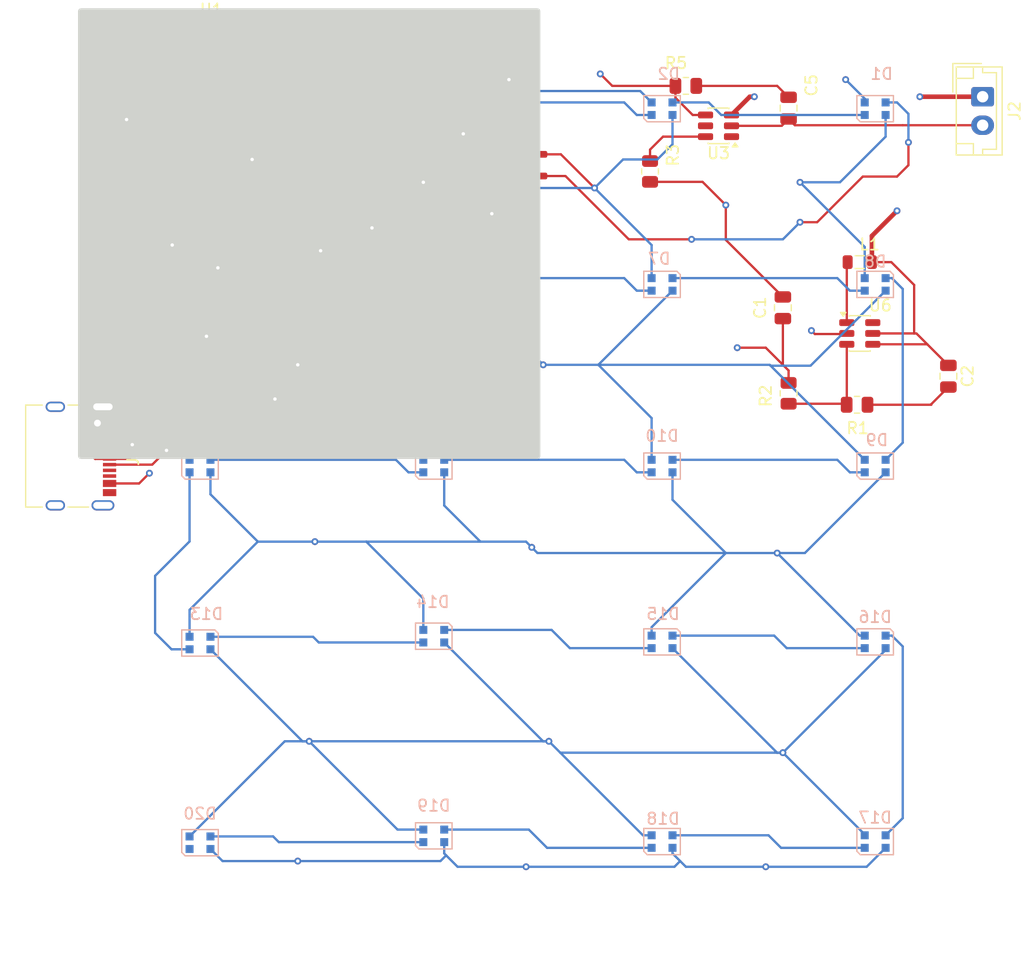
<source format=kicad_pcb>
(kicad_pcb (version 20241229) (generator "pcbnew") (generator_version "9.0")
  (layers (0 "F.Cu" signal) (4 "In1.Cu" signal "In1.Cu Ground") (6 "In2.Cu" power "In2.Cu VCC") (2 "B.Cu" signal) (13 "F.Paste" user) (15 "B.Paste" user) (5 "F.SilkS" user "F.Silkscreen") (7 "B.SilkS" user "B.Silkscreen") (1 "F.Mask" user) (3 "B.Mask" user) (25 "Edge.Cuts" user))
  (net 0 "")
  (net 1 "Net-(D1-DOUT)")
  (net 2 "+5V")
  (net 3 "din_leds")
  (net 4 "GND")
  (net 5 "Net-(D2-DOUT)")
  (net 6 "Net-(D3-DOUT)")
  (net 7 "Net-(D4-DOUT)")
  (net 8 "Net-(D5-DOUT)")
  (net 9 "Net-(D6-DOUT)")
  (net 10 "Net-(D7-DOUT)")
  (net 11 "Net-(D8-DOUT)")
  (net 12 "Net-(D15-DOUT)")
  (net 13 "Net-(D10-DOUT)")
  (net 14 "Net-(D10-DIN)")
  (net 15 "Net-(D11-DOUT)")
  (net 16 "Net-(D12-DOUT)")
  (net 17 "Net-(D13-DOUT)")
  (net 18 "Net-(D14-DOUT)")
  (net 19 "Net-(D16-DOUT)")
  (net 20 "Net-(D17-DOUT)")
  (net 21 "Net-(D18-DOUT)")
  (net 22 "Net-(D19-DOUT)")
  (net 24 "Net-(U3-PROG)")
  (net 25 "VBUS")
  (net 26 "+BATT")
  (net 27 "Net-(D22-A)")
  (net 28 "+3.3V")
  (net 30 "Net-(D21-A)")
  (net 31 "Net-(U6-FB)")
  (net 33 "Net-(D22-K)")
  (net 34 "Net-(D23-K)")
  (net 35 "Net-(U1B-P0.06)")
  (net 44 "D-")
  (net 69 "D+")
  (footprint "E73-2G4M08S1C:E73-2G4M08S1C" (layer "F.Cu") (at 34.6 38.03)
    (property "Reference" "U1")
    (property "Value" "E73-2G4M08S1C" (hide yes))
  )
  (footprint "Resistor_SMD:R_0805_2012Metric" (layer "F.Cu") (at 88 62.5)
    (property "Reference" "R1")
    (property "Value" "15k")
  )
  (footprint "Inductor_SMD:L_0805_2012Metric" (layer "F.Cu") (at 88.2375 50)
    (property "Reference" "L1")
    (property "Value" "22uH")
  )
  (footprint "Package_TO_SOT_SMD:SOT-23-6" (layer "F.Cu") (at 88.2375 56.25)
    (property "Reference" "U6")
    (property "Value" "MT3608")
  )
  (footprint "Resistor_SMD:R_0805_2012Metric" (layer "F.Cu") (at 69.8625 42.05 -90)
    (property "Reference" "R3")
    (property "Value" "2k")
  )
  (footprint "Capacitor_SMD:C_0805_2012Metric" (layer "F.Cu") (at 39 53 -90)
    (property "Reference" "C4")
    (property "Value" "1uC")
  )
  (footprint "Capacitor_SMD:C_0805_2012Metric" (layer "F.Cu") (at 82 36.5 -90)
    (property "Reference" "C5")
    (property "Value" "10uF")
  )
  (footprint "Resistor_SMD:R_0805_2012Metric" (layer "F.Cu") (at 73 34.55)
    (property "Reference" "R5")
    (property "Value" "1k")
  )
  (footprint "SN74AHCT1G125DBVT:SOT95P280X145-5N" (layer "F.Cu") (at 59 41.5)
    (property "Reference" "U4")
    (property "Value" "SN74AHCT1G125DBVT" (hide yes))
  )
  (footprint "Package_TO_SOT_SMD:TSOT-23-6" (layer "F.Cu") (at 75.8625 38.05 180)
    (property "Reference" "U3")
    (property "Value" "TP4057")
  )
  (footprint "Resistor_SMD:R_0805_2012Metric" (layer "F.Cu") (at 82 61.5 -90)
    (property "Reference" "R2")
    (property "Value" "110k")
  )
  (footprint "Capacitor_SMD:C_0805_2012Metric" (layer "F.Cu") (at 81.5 54 90)
    (property "Reference" "C1")
    (property "Value" "22uF")
  )
  (footprint "Connector_USB:USB_C_Receptacle_Palconn_UTC16-G" (layer "F.Cu") (at 20 67 -90)
    (property "Reference" "J1")
    (property "Value" "USB_C_Receptacle_USB2.0_14P")
  )
  (footprint "Capacitor_SMD:C_0805_2012Metric" (layer "F.Cu") (at 28 53 90)
    (property "Reference" "C3")
    (property "Value" "1uC")
  )
  (footprint "Connector_JST:JST_EH_B2B-EH-A_1x02_P2.50mm_Vertical" (layer "F.Cu") (at 99 35.5 -90)
    (property "Reference" "J2")
    (property "Value" "Conn_01x02_Socket")
  )
  (footprint "Capacitor_SMD:C_0805_2012Metric" (layer "F.Cu") (at 96 60 -90)
    (property "Reference" "C2")
    (property "Value" "22uF")
  )
  (footprint "Package_TO_SOT_SMD:SOT-23-5" (layer "F.Cu") (at 33.8625 53.05)
    (property "Reference" "U5")
    (property "Value" "AP2127K-3.3" (hide yes))
  )
  (footprint "LED_SMD:LED_WS2812B-2020_PLCC4_2.0x2.0mm" (layer "B.Cu") (at 70.915 100.79)
    (property "Reference" "D18")
    (property "Value" "WS2812B" (hide yes))
  )
  (footprint "LED_SMD:LED_WS2812B-2020_PLCC4_2.0x2.0mm" (layer "B.Cu") (at 89.585 51.95 180)
    (property "Reference" "D8")
    (property "Value" "WS2812B" (hide yes))
  )
  (footprint "LED_SMD:LED_WS2812B-2020_PLCC4_2.0x2.0mm" (layer "B.Cu") (at 89.585 83.2875 180)
    (property "Reference" "D16")
    (property "Value" "WS2812B" (hide yes))
  )
  (footprint "LED_SMD:LED_WS2812B-2020_PLCC4_2.0x2.0mm" (layer "B.Cu") (at 30.434675 83.3875 180)
    (property "Reference" "D13")
    (property "Value" "WS2812B" (hide yes))
  )
  (footprint "LED_SMD:LED_WS2812B-2020_PLCC4_2.0x2.0mm" (layer "B.Cu") (at 30.434675 67.875)
    (property "Reference" "D12")
    (property "Value" "WS2812B" (hide yes))
  )
  (footprint "LED_SMD:LED_WS2812B-2020_PLCC4_2.0x2.0mm" (layer "B.Cu") (at 50.915 67.875)
    (property "Reference" "D11")
    (property "Value" "WS2812B" (hide yes))
  )
  (footprint "LED_SMD:LED_WS2812B-2020_PLCC4_2.0x2.0mm" (layer "B.Cu") (at 70.915 67.875)
    (property "Reference" "D10")
    (property "Value" "WS2812B" (hide yes))
  )
  (footprint "LED_SMD:LED_WS2812B-2020_PLCC4_2.0x2.0mm" (layer "B.Cu") (at 30.434675 36.55)
    (property "Reference" "D4")
    (property "Value" "WS2812B" (hide yes))
  )
  (footprint "LED_SMD:LED_WS2812B-2020_PLCC4_2.0x2.0mm" (layer "B.Cu") (at 30.434675 51.95 180)
    (property "Reference" "D5")
    (property "Value" "WS2812B" (hide yes))
  )
  (footprint "LED_SMD:LED_WS2812B-2020_PLCC4_2.0x2.0mm" (layer "B.Cu") (at 30.434675 100.89)
    (property "Reference" "D20")
    (property "Value" "WS2812B" (hide yes))
  )
  (footprint "LED_SMD:LED_WS2812B-2020_PLCC4_2.0x2.0mm" (layer "B.Cu") (at 70.915 51.95 180)
    (property "Reference" "D7")
    (property "Value" "WS2812B" (hide yes))
  )
  (footprint "LED_SMD:LED_WS2812B-2020_PLCC4_2.0x2.0mm" (layer "B.Cu") (at 50.915 51.95 180)
    (property "Reference" "D6")
    (property "Value" "WS2812B" (hide yes))
  )
  (footprint "LED_SMD:LED_WS2812B-2020_PLCC4_2.0x2.0mm" (layer "B.Cu") (at 50.915 100.29)
    (property "Reference" "D19")
    (property "Value" "WS2812B" (hide yes))
  )
  (footprint "LED_SMD:LED_WS2812B-2020_PLCC4_2.0x2.0mm" (layer "B.Cu") (at 89.585 67.875)
    (property "Reference" "D9")
    (property "Value" "WS2812B" (hide yes))
  )
  (footprint "LED_SMD:LED_WS2812B-2020_PLCC4_2.0x2.0mm" (layer "B.Cu") (at 70.915 83.2875 180)
    (property "Reference" "D15")
    (property "Value" "WS2812B" (hide yes))
  )
  (footprint "LED_SMD:LED_WS2812B-2020_PLCC4_2.0x2.0mm" (layer "B.Cu") (at 70.915 36.55)
    (property "Reference" "D2")
    (property "Value" "WS2812B" (hide yes))
  )
  (footprint "LED_SMD:LED_WS2812B-2020_PLCC4_2.0x2.0mm" (layer "B.Cu") (at 89.585 100.79)
    (property "Reference" "D17")
    (property "Value" "WS2812B" (hide yes))
  )
  (footprint "LED_SMD:LED_WS2812B-2020_PLCC4_2.0x2.0mm" (layer "B.Cu") (at 89.585 36.55)
    (property "Reference" "D1")
    (property "Value" "WS2812B" (hide yes))
  )
  (footprint "LED_SMD:LED_WS2812B-2020_PLCC4_2.0x2.0mm" (layer "B.Cu") (at 50.915 82.7875 180)
    (property "Reference" "D14")
    (property "Value" "WS2812B" (hide yes))
  )
  (footprint "LED_SMD:LED_WS2812B-2020_PLCC4_2.0x2.0mm" (layer "B.Cu") (at 50.915 36.55)
    (property "Reference" "D3")
    (property "Value" "WS2812B" (hide yes))
  )
  (segment (start 88.67 37.1) (end 76.1 37.1) (width 0.2) (layer "B.Cu") (net 1))
  (segment (start 76.1 37.1) (end 75 36) (width 0.2) (layer "B.Cu") (net 1))
  (segment (start 75 36) (end 71.83 36) (width 0.2) (layer "B.Cu") (net 1))
  (segment (start 77.5 57.5) (end 80 57.5) (width 0.2) (layer "F.Cu") (net 2))
  (segment (start 80 57.5) (end 81.5 59) (width 0.2) (layer "F.Cu") (net 2))
  (segment (start 82 59.5) (end 82 60.5875) (width 0.2) (layer "F.Cu") (net 2))
  (segment (start 65 43.5) (end 62.05 40.55) (width 0.2) (layer "F.Cu") (net 2))
  (segment (start 81.5 54.95) (end 81.5 59) (width 0.2) (layer "F.Cu") (net 2))
  (segment (start 81.5 59) (end 82 59.5) (width 0.2) (layer "F.Cu") (net 2))
  (segment (start 62.05 40.55) (end 60.255 40.55) (width 0.2) (layer "F.Cu") (net 2))
  (via (at 59 103) (size 0.6) (drill 0.3) (layers "F.Cu" "B.Cu") (net 2))
  (via (at 83 43) (size 0.6) (drill 0.3) (layers "F.Cu" "B.Cu") (net 2))
  (via (at 35 41) (size 0.6) (drill 0.3) (layers "F.Cu" "B.Cu") (net 2))
  (via (at 59.5 75) (size 0.6) (drill 0.3) (layers "F.Cu" "B.Cu") (net 2))
  (via (at 50 43) (size 0.6) (drill 0.3) (layers "F.Cu" "B.Cu") (net 2))
  (via (at 65 43.5) (size 0.6) (drill 0.3) (layers "F.Cu" "B.Cu") (net 2))
  (via (at 80 103) (size 0.6) (drill 0.3) (layers "F.Cu" "B.Cu") (net 2))
  (via (at 77.5 57.5) (size 0.6) (drill 0.3) (layers "F.Cu" "B.Cu") (net 2))
  (via (at 39 102.5) (size 0.6) (drill 0.3) (layers "F.Cu" "B.Cu") (net 2))
  (via (at 81 75.5) (size 0.6) (drill 0.3) (layers "F.Cu" "B.Cu") (net 2))
  (via (at 40.5 74.5) (size 0.6) (drill 0.3) (layers "F.Cu" "B.Cu") (net 2))
  (segment (start 81 75.5) (end 83.425 75.5) (width 0.2) (layer "B.Cu") (net 2))
  (segment (start 29.519675 80.480325) (end 29.519675 82.8375) (width 0.2) (layer "B.Cu") (net 2))
  (segment (start 70 82) (end 76.5 75.5) (width 0.2) (layer "B.Cu") (net 2))
  (segment (start 71.83 39.67) (end 71.83 37.1) (width 0.2) (layer "B.Cu") (net 2))
  (segment (start 80 103) (end 88.84 103) (width 0.2) (layer "B.Cu") (net 2))
  (segment (start 51.83 71.33) (end 55 74.5) (width 0.2) (layer "B.Cu") (net 2))
  (segment (start 88.2375 82.7375) (end 81 75.5) (width 0.2) (layer "B.Cu") (net 2))
  (segment (start 65 43.5) (end 50.5 43.5) (width 0.2) (layer "B.Cu") (net 2))
  (segment (start 71.83 101.83) (end 71.83 101.34) (width 0.2) (layer "B.Cu") (net 2))
  (segment (start 88.84 103) (end 90.5 101.34) (width 0.2) (layer "B.Cu") (net 2))
  (segment (start 88.67 48.67) (end 83 43) (width 0.2) (layer "B.Cu") (net 2))
  (segment (start 88.67 82.7375) (end 88.2375 82.7375) (width 0.2) (layer "B.Cu") (net 2))
  (segment (start 59 103) (end 53 103) (width 0.2) (layer "B.Cu") (net 2))
  (segment (start 72.5 102.5) (end 71.83 101.83) (width 0.2) (layer "B.Cu") (net 2))
  (segment (start 59 103) (end 72 103) (width 0.2) (layer "B.Cu") (net 2))
  (segment (start 86.5 43) (end 90.5 39) (width 0.2) (layer "B.Cu") (net 2))
  (segment (start 71.83 70.83) (end 71.83 68.425) (width 0.2) (layer "B.Cu") (net 2))
  (segment (start 35.5 74.5) (end 29.519675 80.480325) (width 0.2) (layer "B.Cu") (net 2))
  (segment (start 40.5 74.5) (end 35.5 74.5) (width 0.2) (layer "B.Cu") (net 2))
  (segment (start 76.5 75.5) (end 71.83 70.83) (width 0.2) (layer "B.Cu") (net 2))
  (segment (start 51.83 101.83) (end 51.83 100.84) (width 0.2) (layer "B.Cu") (net 2))
  (segment (start 76.5 75.5) (end 60 75.5) (width 0.2) (layer "B.Cu") (net 2))
  (segment (start 65 43.5) (end 67.5 41) (width 0.2) (layer "B.Cu") (net 2))
  (segment (start 50 82.2375) (end 50 79.5) (width 0.2) (layer "B.Cu") (net 2))
  (segment (start 55 74.5) (end 59 74.5) (width 0.2) (layer "B.Cu") (net 2))
  (segment (start 29.6 51.4) (end 35 46) (width 0.2) (layer "B.Cu") (net 2))
  (segment (start 45 74.5) (end 55 74.5) (width 0.2) (layer "B.Cu") (net 2))
  (segment (start 60 75.5) (end 59.5 75) (width 0.2) (layer "B.Cu") (net 2))
  (segment (start 32.409675 102.5) (end 31.349675 101.44) (width 0.2) (layer "B.Cu") (net 2))
  (segment (start 81 75.5) (end 76.5 75.5) (width 0.2) (layer "B.Cu") (net 2))
  (segment (start 70.5 41) (end 71.83 39.67) (width 0.2) (layer "B.Cu") (net 2))
  (segment (start 39 102.5) (end 51.5 102.5) (width 0.2) (layer "B.Cu") (net 2))
  (segment (start 51.5 102.5) (end 52 102) (width 0.2) (layer "B.Cu") (net 2))
  (segment (start 70 82.7375) (end 70 82) (width 0.2) (layer "B.Cu") (net 2))
  (segment (start 72 103) (end 72.5 102.5) (width 0.2) (layer "B.Cu") (net 2))
  (segment (start 83 43) (end 86.5 43) (width 0.2) (layer "B.Cu") (net 2))
  (segment (start 90.5 39) (end 90.5 37.1) (width 0.2) (layer "B.Cu") (net 2))
  (segment (start 88.67 51.4) (end 88.67 48.67) (width 0.2) (layer "B.Cu") (net 2))
  (segment (start 31.349675 37.1) (end 31.349675 37.349675) (width 0.2) (layer "B.Cu") (net 2))
  (segment (start 83.425 75.5) (end 90.5 68.425) (width 0.2) (layer "B.Cu") (net 2))
  (segment (start 50 79.5) (end 45 74.5) (width 0.2) (layer "B.Cu") (net 2))
  (segment (start 70 51.4) (end 70 48.5) (width 0.2) (layer "B.Cu") (net 2))
  (segment (start 35 46) (end 35 41) (width 0.2) (layer "B.Cu") (net 2))
  (segment (start 39 102.5) (end 32.409675 102.5) (width 0.2) (layer "B.Cu") (net 2))
  (segment (start 35.5 74.5) (end 31.349675 70.349675) (width 0.2) (layer "B.Cu") (net 2))
  (segment (start 53 103) (end 52 102) (width 0.2) (layer "B.Cu") (net 2))
  (segment (start 50 51.4) (end 50 43) (width 0.2) (layer "B.Cu") (net 2))
  (segment (start 31.349675 70.349675) (end 31.349675 68.425) (width 0.2) (layer "B.Cu") (net 2))
  (segment (start 52 102) (end 51.83 101.83) (width 0.2) (layer "B.Cu") (net 2))
  (segment (start 29.519675 51.4) (end 29.6 51.4) (width 0.2) (layer "B.Cu") (net 2))
  (segment (start 67.5 41) (end 70.5 41) (width 0.2) (layer "B.Cu") (net 2))
  (segment (start 50.5 43.5) (end 50 43) (width 0.2) (layer "B.Cu") (net 2))
  (segment (start 80 103) (end 73 103) (width 0.2) (layer "B.Cu") (net 2))
  (segment (start 51.83 41.17) (end 51.83 37.1) (width 0.2) (layer "B.Cu") (net 2))
  (segment (start 73 103) (end 72.5 102.5) (width 0.2) (layer "B.Cu") (net 2))
  (segment (start 51.83 68.425) (end 51.83 71.33) (width 0.2) (layer "B.Cu") (net 2))
  (segment (start 59 74.5) (end 59.5 75) (width 0.2) (layer "B.Cu") (net 2))
  (segment (start 70 48.5) (end 65 43.5) (width 0.2) (layer "B.Cu") (net 2))
  (segment (start 45 74.5) (end 40.5 74.5) (width 0.2) (layer "B.Cu") (net 2))
  (segment (start 50 43) (end 51.83 41.17) (width 0.2) (layer "B.Cu") (net 2))
  (segment (start 31.349675 37.349675) (end 35 41) (width 0.2) (layer "B.Cu") (net 2))
  (segment (start 88.5 42.5) (end 91.5 42.5) (width 0.2) (layer "F.Cu") (net 3))
  (segment (start 62.45 42.45) (end 68 48) (width 0.2) (layer "F.Cu") (net 3))
  (segment (start 91.5 42.5) (end 92.5 41.5) (width 0.2) (layer "F.Cu") (net 3))
  (segment (start 60.255 42.45) (end 62.45 42.45) (width 0.2) (layer "F.Cu") (net 3))
  (segment (start 68 48) (end 73.5 48) (width 0.2) (layer "F.Cu") (net 3))
  (segment (start 83 46.5) (end 84.5 46.5) (width 0.2) (layer "F.Cu") (net 3))
  (segment (start 92.5 41.5) (end 92.5 39.5) (width 0.2) (layer "F.Cu") (net 3))
  (segment (start 84.5 46.5) (end 88.5 42.5) (width 0.2) (layer "F.Cu") (net 3))
  (via (at 92.5 39.5) (size 0.6) (drill 0.3) (layers "F.Cu" "B.Cu") (net 3))
  (via (at 73.5 48) (size 0.6) (drill 0.3) (layers "F.Cu" "B.Cu") (net 3))
  (via (at 83 46.5) (size 0.6) (drill 0.3) (layers "F.Cu" "B.Cu") (net 3))
  (segment (start 73.5 48) (end 81.5 48) (width 0.2) (layer "B.Cu") (net 3))
  (segment (start 91.5 36) (end 90.5 36) (width 0.2) (layer "B.Cu") (net 3))
  (segment (start 92.5 39.5) (end 92.5 37) (width 0.2) (layer "B.Cu") (net 3))
  (segment (start 81.5 48) (end 83 46.5) (width 0.2) (layer "B.Cu") (net 3))
  (segment (start 92.5 37) (end 91.5 36) (width 0.2) (layer "B.Cu") (net 3))
  (segment (start 92 38) (end 82.55 38) (width 0.2) (layer "F.Cu") (net 4))
  (segment (start 94.5 62.45) (end 94.5 62.5) (width 0.2) (layer "F.Cu") (net 4))
  (segment (start 87.05 56.3) (end 84.3 56.3) (width 0.2) (layer "F.Cu") (net 4))
  (segment (start 56 45.755) (end 56 44.195) (width 0.2) (layer "F.Cu") (net 4))
  (segment (start 82.55 38) (end 82 37.45) (width 0.2) (layer "F.Cu") (net 4))
  (segment (start 24.58 38.08) (end 24 37.5) (width 0.2) (layer "F.Cu") (net 4))
  (segment (start 74.4625 42.9625) (end 76.5 45) (width 0.2) (layer "F.Cu") (net 4))
  (segment (start 82 37.45) (end 81.4 38.05) (width 0.2) (layer "F.Cu") (net 4))
  (segment (start 99 38) (end 92 38) (width 0.2) (layer "F.Cu") (net 4))
  (segment (start 87.1 56.25) (end 87.05 56.3) (width 0.2) (layer "F.Cu") (net 4))
  (segment (start 28 49.5) (end 29.5 51) (width 0.2) (layer "F.Cu") (net 4))
  (segment (start 55.295 40.55) (end 53.5 38.755) (width 0.2) (layer "F.Cu") (net 4))
  (segment (start 28.1 38.08) (end 24.58 38.08) (width 0.2) (layer "F.Cu") (net 4))
  (segment (start 96 60.95) (end 94.5 62.45) (width 0.2) (layer "F.Cu") (net 4))
  (segment (start 94.5 62.5) (end 88.9125 62.5) (width 0.2) (layer "F.Cu") (net 4))
  (segment (start 41.5 47) (end 41.5 48.5) (width 0.2) (layer "F.Cu") (net 4))
  (segment (start 81.5 53.05) (end 76.5 48.05) (width 0.2) (layer "F.Cu") (net 4))
  (segment (start 36.51 47.125) (end 36.51 48.325) (width 0.2) (layer "F.Cu") (net 4))
  (segment (start 84.3 56.3) (end 84 56) (width 0.2) (layer "F.Cu") (net 4))
  (segment (start 28.544769 51.505231) (end 28 52.05) (width 0.2) (layer "F.Cu") (net 4))
  (segment (start 37.185 49) (end 41 49) (width 0.2) (layer "F.Cu") (net 4))
  (segment (start 56 44.195) (end 57.745 42.45) (width 0.2) (layer "F.Cu") (net 4))
  (segment (start 30.517733 51.505231) (end 32.062501 53.05) (width 0.2) (layer "F.Cu") (net 4))
  (segment (start 57.745 40.55) (end 55.295 40.55) (width 0.2) (layer "F.Cu") (net 4))
  (segment (start 30.517733 51.505231) (end 29.5 51.505231) (width 0.2) (layer "F.Cu") (net 4))
  (segment (start 41.5 48.5) (end 41 49) (width 0.2) (layer "F.Cu") (net 4))
  (segment (start 29.5 51.505231) (end 28.544769 51.505231) (width 0.2) (layer "F.Cu") (net 4))
  (segment (start 39.43 44.93) (end 41.5 47) (width 0.2) (layer "F.Cu") (net 4))
  (segment (start 38.41 44.93) (end 39.43 44.93) (width 0.2) (layer "F.Cu") (net 4))
  (segment (start 28 48.5) (end 28 49.5) (width 0.2) (layer "F.Cu") (net 4))
  (segment (start 76.5 48.05) (end 76.5 45) (width 0.2) (layer "F.Cu") (net 4))
  (segment (start 32.062501 53.05) (end 32.725 53.05) (width 0.2) (layer "F.Cu") (net 4))
  (segment (start 39 59) (end 39 53.95) (width 0.2) (layer "F.Cu") (net 4))
  (segment (start 29.5 51) (end 29.5 51.505231) (width 0.2) (layer "F.Cu") (net 4))
  (segment (start 81.4 38.05) (end 77 38.05) (width 0.2) (layer "F.Cu") (net 4))
  (segment (start 69.8625 42.9625) (end 74.4625 42.9625) (width 0.2) (layer "F.Cu") (net 4))
  (segment (start 36.51 48.325) (end 37.185 49) (width 0.2) (layer "F.Cu") (net 4))
  (via (at 53.5 38.755) (size 0.6) (drill 0.3) (layers "F.Cu" "B.Cu") (net 4))
  (via (at 57.5 34) (size 0.6) (drill 0.3) (layers "F.Cu" "B.Cu") (net 4))
  (via (at 60.5 59) (size 0.6) (drill 0.3) (layers "F.Cu" "B.Cu") (net 4))
  (via (at 84 56) (size 0.6) (drill 0.3) (layers "F.Cu" "B.Cu") (net 4))
  (via (at 41 49) (size 0.6) (drill 0.3) (layers "F.Cu" "B.Cu") (net 4))
  (via (at 24 37.5) (size 0.6) (drill 0.3) (layers "F.Cu" "B.Cu") (net 4))
  (via (at 87 34) (size 0.6) (drill 0.3) (layers "F.Cu" "B.Cu") (net 4))
  (via (at 28 48.5) (size 0.6) (drill 0.3) (layers "F.Cu" "B.Cu") (net 4))
  (via (at 61 92) (size 0.6) (drill 0.3) (layers "F.Cu" "B.Cu") (net 4))
  (via (at 76.5 45) (size 0.6) (drill 0.3) (layers "F.Cu" "B.Cu") (net 4))
  (via (at 81.5 93) (size 0.6) (drill 0.3) (layers "F.Cu" "B.Cu") (net 4))
  (via (at 39 59) (size 0.6) (drill 0.3) (layers "F.Cu" "B.Cu") (net 4))
  (via (at 56 45.755) (size 0.6) (drill 0.3) (layers "F.Cu" "B.Cu") (net 4))
  (via (at 40 92) (size 0.6) (drill 0.3) (layers "F.Cu" "B.Cu") (net 4))
  (segment (start 37.859675 92) (end 29.519675 100.34) (width 0.2) (layer "B.Cu") (net 4))
  (segment (start 69.24 100.24) (end 62 93) (width 0.2) (layer "B.Cu") (net 4))
  (segment (start 60.25 58.75) (end 60 59) (width 0.2) (layer "B.Cu") (net 4))
  (segment (start 80.345 59) (end 80.4225 59.0775) (width 0.2) (layer "B.Cu") (net 4))
  (segment (start 88.67 36) (end 88.67 35.67) (width 0.2) (layer "B.Cu") (net 4))
  (segment (start 88.67 35.67) (end 87 34) (width 0.2) (layer "B.Cu") (net 4))
  (segment (start 80.9925 93) (end 71.83 83.8375) (width 0.2) (layer "B.Cu") (net 4))
  (segment (start 59 34) (end 57.5 34) (width 0.2) (layer "B.Cu") (net 4))
  (segment (start 71.83 52.5) (end 65.33 59) (width 0.2) (layer "B.Cu") (net 4))
  (segment (start 90.5 83.8375) (end 90.5 84) (width 0.2) (layer "B.Cu") (net 4))
  (segment (start 50 99.74) (end 47.74 99.74) (width 0.2) (layer "B.Cu") (net 4))
  (segment (start 60.25 58.75) (end 60.5 59) (width 0.2) (layer "B.Cu") (net 4))
  (segment (start 60 59) (end 39 59) (width 0.2) (layer "B.Cu") (net 4))
  (segment (start 29.519675 36) (end 25.5 36) (width 0.2) (layer "B.Cu") (net 4))
  (segment (start 47.74 99.74) (end 40 92) (width 0.2) (layer "B.Cu") (net 4))
  (segment (start 32.5 52.5) (end 31.349675 52.5) (width 0.2) (layer "B.Cu") (net 4))
  (segment (start 70 63.67) (end 65.33 59) (width 0.2) (layer "B.Cu") (net 4))
  (segment (start 50 36) (end 50 35) (width 0.2) (layer "B.Cu") (net 4))
  (segment (start 51.83 52.5) (end 54 52.5) (width 0.2) (layer "B.Cu") (net 4))
  (segment (start 88.67 100.24) (end 88.67 100.17) (width 0.2) (layer "B.Cu") (net 4))
  (segment (start 90.5 84) (end 81.5 93) (width 0.2) (layer "B.Cu") (net 4))
  (segment (start 69 35) (end 60 35) (width 0.2) (layer "B.Cu") (net 4))
  (segment (start 37.844675 59) (end 29.519675 67.325) (width 0.2) (layer "B.Cu") (net 4))
  (segment (start 58.325 59) (end 60.5 59) (width 0.2) (layer "B.Cu") (net 4))
  (segment (start 88.67 100.17) (end 81.5 93) (width 0.2) (layer "B.Cu") (net 4))
  (segment (start 50 35) (end 50.5 34.5) (width 0.2) (layer "B.Cu") (net 4))
  (segment (start 39 59) (end 32.5 52.5) (width 0.2) (layer "B.Cu") (net 4))
  (segment (start 50.5 34.5) (end 57 34.5) (width 0.2) (layer "B.Cu") (net 4))
  (segment (start 81.5 93) (end 62 93) (width 0.2) (layer "B.Cu") (net 4))
  (segment (start 70 100.24) (end 69.24 100.24) (width 0.2) (layer "B.Cu") (net 4))
  (segment (start 81.5 93) (end 80.9925 93) (width 0.2) (layer "B.Cu") (net 4))
  (segment (start 25.5 36) (end 24 37.5) (width 0.2) (layer "B.Cu") (net 4))
  (segment (start 40 92) (end 61 92) (width 0.2) (layer "B.Cu") (net 4))
  (segment (start 83.9225 59.0775) (end 90.5 52.5) (width 0.2) (layer "B.Cu") (net 4))
  (segment (start 80.4225 59.0775) (end 88.67 67.325) (width 0.2) (layer "B.Cu") (net 4))
  (segment (start 70 67.325) (end 70 63.67) (width 0.2) (layer "B.Cu") (net 4))
  (segment (start 62 93) (end 61 92) (width 0.2) (layer "B.Cu") (net 4))
  (segment (start 39.412175 92) (end 31.349675 83.9375) (width 0.2) (layer "B.Cu") (net 4))
  (segment (start 65.33 59) (end 60.5 59) (width 0.2) (layer "B.Cu") (net 4))
  (segment (start 70 36) (end 69 35) (width 0.2) (layer "B.Cu") (net 4))
  (segment (start 57 34.5) (end 57.5 34) (width 0.2) (layer "B.Cu") (net 4))
  (segment (start 80.4225 59.0775) (end 83.9225 59.0775) (width 0.2) (layer "B.Cu") (net 4))
  (segment (start 50 67.325) (end 58.325 59) (width 0.2) (layer "B.Cu") (net 4))
  (segment (start 60 35) (end 59 34) (width 0.2) (layer "B.Cu") (net 4))
  (segment (start 61 92) (end 60.4925 92) (width 0.2) (layer "B.Cu") (net 4))
  (segment (start 65.33 59) (end 80.345 59) (width 0.2) (layer "B.Cu") (net 4))
  (segment (start 60.4925 92) (end 51.83 83.3375) (width 0.2) (layer "B.Cu") (net 4))
  (segment (start 40 92) (end 39.412175 92) (width 0.2) (layer "B.Cu") (net 4))
  (segment (start 39 59) (end 37.844675 59) (width 0.2) (layer "B.Cu") (net 4))
  (segment (start 40 92) (end 37.859675 92) (width 0.2) (layer "B.Cu") (net 4))
  (segment (start 54 52.5) (end 60.25 58.75) (width 0.2) (layer "B.Cu") (net 4))
  (segment (start 67.598 36) (end 51.83 36) (width 0.2) (layer "B.Cu") (net 5))
  (segment (start 68.698 37.1) (end 67.598 36) (width 0.2) (layer "B.Cu") (net 5))
  (segment (start 70 37.1) (end 68.698 37.1) (width 0.2) (layer "B.Cu") (net 5))
  (segment (start 48.698 37.1) (end 47.598 36) (width 0.2) (layer "B.Cu") (net 6))
  (segment (start 50 37.1) (end 48.698 37.1) (width 0.2) (layer "B.Cu") (net 6))
  (segment (start 47.598 36) (end 31.349675 36) (width 0.2) (layer "B.Cu") (net 6))
  (segment (start 26.5 51) (end 28 52.5) (width 0.2) (layer "B.Cu") (net 7))
  (segment (start 26.5 42) (end 26.5 51) (width 0.2) (layer "B.Cu") (net 7))
  (segment (start 28 52.5) (end 29.519675 52.5) (width 0.2) (layer "B.Cu") (net 7))
  (segment (start 29.519675 38.980325) (end 26.5 42) (width 0.2) (layer "B.Cu") (net 7))
  (segment (start 29.519675 37.1) (end 29.519675 38.980325) (width 0.2) (layer "B.Cu") (net 7))
  (segment (start 47.598 51.4) (end 31.349675 51.4) (width 0.2) (layer "B.Cu") (net 8))
  (segment (start 50 52.5) (end 48.698 52.5) (width 0.2) (layer "B.Cu") (net 8))
  (segment (start 48.698 52.5) (end 47.598 51.4) (width 0.2) (layer "B.Cu") (net 8))
  (segment (start 68.698 52.5) (end 67.598 51.4) (width 0.2) (layer "B.Cu") (net 9))
  (segment (start 67.598 51.4) (end 51.83 51.4) (width 0.2) (layer "B.Cu") (net 9))
  (segment (start 70 52.5) (end 68.698 52.5) (width 0.2) (layer "B.Cu") (net 9))
  (segment (start 86.268 51.4) (end 71.83 51.4) (width 0.2) (layer "B.Cu") (net 10))
  (segment (start 88.67 52.5) (end 87.368 52.5) (width 0.2) (layer "B.Cu") (net 10))
  (segment (start 87.368 52.5) (end 86.268 51.4) (width 0.2) (layer "B.Cu") (net 10))
  (segment (start 91.05 51.4) (end 92 52.35) (width 0.2) (layer "B.Cu") (net 11))
  (segment (start 90.5 51.4) (end 91.05 51.4) (width 0.2) (layer "B.Cu") (net 11))
  (segment (start 92 65.825) (end 90.5 67.325) (width 0.2) (layer "B.Cu") (net 11))
  (segment (start 92 52.35) (end 92 65.825) (width 0.2) (layer "B.Cu") (net 11))
  (segment (start 81.8375 83.8375) (end 80.7375 82.7375) (width 0.2) (layer "B.Cu") (net 12))
  (segment (start 80.7375 82.7375) (end 71.83 82.7375) (width 0.2) (layer "B.Cu") (net 12))
  (segment (start 88.67 83.8375) (end 81.8375 83.8375) (width 0.2) (layer "B.Cu") (net 12))
  (segment (start 70 68.425) (end 68.698 68.425) (width 0.2) (layer "B.Cu") (net 13))
  (segment (start 67.598 67.325) (end 51.83 67.325) (width 0.2) (layer "B.Cu") (net 13))
  (segment (start 68.698 68.425) (end 67.598 67.325) (width 0.2) (layer "B.Cu") (net 13))
  (segment (start 87.368 68.425) (end 86.268 67.325) (width 0.2) (layer "B.Cu") (net 14))
  (segment (start 88.67 68.425) (end 87.368 68.425) (width 0.2) (layer "B.Cu") (net 14))
  (segment (start 86.268 67.325) (end 71.83 67.325) (width 0.2) (layer "B.Cu") (net 14))
  (segment (start 48.698 68.425) (end 47.598 67.325) (width 0.2) (layer "B.Cu") (net 15))
  (segment (start 47.598 67.325) (end 31.349675 67.325) (width 0.2) (layer "B.Cu") (net 15))
  (segment (start 50 68.425) (end 48.698 68.425) (width 0.2) (layer "B.Cu") (net 15))
  (segment (start 26.5 77.5) (end 26.5 82.5) (width 0.2) (layer "B.Cu") (net 16))
  (segment (start 29.519675 68.425) (end 29.519675 74.480325) (width 0.2) (layer "B.Cu") (net 16))
  (segment (start 26.5 82.5) (end 27.9375 83.9375) (width 0.2) (layer "B.Cu") (net 16))
  (segment (start 29.519675 74.480325) (end 26.5 77.5) (width 0.2) (layer "B.Cu") (net 16))
  (segment (start 27.9375 83.9375) (end 29.519675 83.9375) (width 0.2) (layer "B.Cu") (net 16))
  (segment (start 40.3375 82.8375) (end 31.349675 82.8375) (width 0.2) (layer "B.Cu") (net 17))
  (segment (start 50 83.3375) (end 40.8375 83.3375) (width 0.2) (layer "B.Cu") (net 17))
  (segment (start 40.8375 83.3375) (end 40.3375 82.8375) (width 0.2) (layer "B.Cu") (net 17))
  (segment (start 62.8375 83.8375) (end 61.2375 82.2375) (width 0.2) (layer "B.Cu") (net 18))
  (segment (start 61.2375 82.2375) (end 51.83 82.2375) (width 0.2) (layer "B.Cu") (net 18))
  (segment (start 70 83.8375) (end 62.8375 83.8375) (width 0.2) (layer "B.Cu") (net 18))
  (segment (start 92 98.74) (end 90.5 100.24) (width 0.2) (layer "B.Cu") (net 19))
  (segment (start 92 83.6875) (end 92 98.74) (width 0.2) (layer "B.Cu") (net 19))
  (segment (start 91.05 82.7375) (end 92 83.6875) (width 0.2) (layer "B.Cu") (net 19))
  (segment (start 90.5 82.7375) (end 91.05 82.7375) (width 0.2) (layer "B.Cu") (net 19))
  (segment (start 71.83 100.24) (end 80.24 100.24) (width 0.2) (layer "B.Cu") (net 20))
  (segment (start 80.24 100.24) (end 81.34 101.34) (width 0.2) (layer "B.Cu") (net 20))
  (segment (start 81.34 101.34) (end 88.67 101.34) (width 0.2) (layer "B.Cu") (net 20))
  (segment (start 70 101.34) (end 60.84 101.34) (width 0.2) (layer "B.Cu") (net 21))
  (segment (start 59.24 99.74) (end 51.83 99.74) (width 0.2) (layer "B.Cu") (net 21))
  (segment (start 60.84 101.34) (end 59.24 99.74) (width 0.2) (layer "B.Cu") (net 21))
  (segment (start 36.84 100.34) (end 31.349675 100.34) (width 0.2) (layer "B.Cu") (net 22))
  (segment (start 50 100.84) (end 37.34 100.84) (width 0.2) (layer "B.Cu") (net 22))
  (segment (start 37.34 100.84) (end 36.84 100.34) (width 0.2) (layer "B.Cu") (net 22))
  (segment (start 69.8625 41.1375) (end 69.8625 40.1375) (width 0.2) (layer "F.Cu") (net 24))
  (segment (start 69.8625 40.1375) (end 71 39) (width 0.2) (layer "F.Cu") (net 24))
  (segment (start 71 39) (end 74.725 39) (width 0.2) (layer "F.Cu") (net 24))
  (segment (start 72.0875 34.55) (end 66.55 34.55) (width 0.2) (layer "F.Cu") (net 25))
  (segment (start 74.725 37.1) (end 73.6 37.1) (width 0.2) (layer "F.Cu") (net 25))
  (segment (start 72.0875 35.5875) (end 72.0875 34.55) (width 0.2) (layer "F.Cu") (net 25))
  (segment (start 73.6 37.1) (end 72.0875 35.5875) (width 0.2) (layer "F.Cu") (net 25))
  (segment (start 45.5 47) (end 45.5 45.8) (width 0.2) (layer "F.Cu") (net 25))
  (segment (start 45.5 45.8) (end 42.6 42.9) (width 0.2) (layer "F.Cu") (net 25))
  (segment (start 66.55 34.55) (end 65.5 33.5) (width 0.2) (layer "F.Cu") (net 25))
  (segment (start 42.6 42.9) (end 41.455 42.9) (width 0.2) (layer "F.Cu") (net 25))
  (segment (start 25.1 69.4) (end 22.51 69.4) (width 0.2) (layer "F.Cu") (net 25))
  (segment (start 41.455 42.9) (end 41.1 43.255) (width 0.2) (layer "F.Cu") (net 25))
  (segment (start 26 68.5) (end 25.1 69.4) (width 0.2) (layer "F.Cu") (net 25))
  (via (at 26 68.5) (size 0.6) (drill 0.3) (layers "F.Cu" "B.Cu") (net 25))
  (via (at 65.5 33.5) (size 0.6) (drill 0.3) (layers "F.Cu" "B.Cu") (net 25))
  (via (at 45.5 47) (size 0.6) (drill 0.3) (layers "F.Cu" "B.Cu") (net 25))
  (segment (start 89.375 56.25) (end 93 56.25) (width 0.2) (layer "F.Cu") (net 26))
  (segment (start 99 35.5) (end 93.5 35.5) (width 0.4) (layer "F.Cu") (net 26))
  (segment (start 93.2 56.25) (end 94.15 57.2) (width 0.2) (layer "F.Cu") (net 26))
  (segment (start 94.15 57.2) (end 96 59.05) (width 0.2) (layer "F.Cu") (net 26))
  (segment (start 27.95 54) (end 28 53.95) (width 0.2) (layer "F.Cu") (net 26))
  (segment (start 89.3 50) (end 89.3 47.7) (width 0.4) (layer "F.Cu") (net 26))
  (segment (start 28 53.95) (end 32.675 53.95) (width 0.4) (layer "F.Cu") (net 26))
  (segment (start 77 37.1) (end 78.6 35.5) (width 0.4) (layer "F.Cu") (net 26))
  (segment (start 28 53.95) (end 30.55 56.5) (width 0.4) (layer "F.Cu") (net 26))
  (segment (start 78.6 35.5) (end 79 35.5) (width 0.4) (layer "F.Cu") (net 26))
  (segment (start 89.3 50) (end 91 50) (width 0.2) (layer "F.Cu") (net 26))
  (segment (start 30.55 56.5) (end 31 56.5) (width 0.4) (layer "F.Cu") (net 26))
  (segment (start 31.5 56.5) (end 31 56.5) (width 0.4) (layer "F.Cu") (net 26))
  (segment (start 32 50.5) (end 32 51.375) (width 0.4) (layer "F.Cu") (net 26))
  (segment (start 93 52) (end 93 56.25) (width 0.2) (layer "F.Cu") (net 26))
  (segment (start 89.3 47.7) (end 91.5 45.5) (width 0.4) (layer "F.Cu") (net 26))
  (segment (start 91 50) (end 93 52) (width 0.2) (layer "F.Cu") (net 26))
  (segment (start 32.675 53.95) (end 32.725 54) (width 0.2) (layer "F.Cu") (net 26))
  (segment (start 93 56.25) (end 93.2 56.25) (width 0.2) (layer "F.Cu") (net 26))
  (segment (start 89.375 57.2) (end 94.15 57.2) (width 0.2) (layer "F.Cu") (net 26))
  (segment (start 37 62) (end 31.5 56.5) (width 0.4) (layer "F.Cu") (net 26))
  (segment (start 32 51.375) (end 32.725 52.1) (width 0.4) (layer "F.Cu") (net 26))
  (via (at 91.5 45.5) (size 0.6) (drill 0.3) (layers "F.Cu" "B.Cu") (net 26))
  (via (at 32 50.5) (size 0.6) (drill 0.3) (layers "F.Cu" "B.Cu") (net 26))
  (via (at 37 62) (size 0.6) (drill 0.3) (layers "F.Cu" "B.Cu") (net 26))
  (via (at 31 56.5) (size 0.6) (drill 0.3) (layers "F.Cu" "B.Cu") (net 26))
  (via (at 93.5 35.5) (size 0.6) (drill 0.3) (layers "F.Cu" "B.Cu") (net 26))
  (via (at 79 35.5) (size 0.6) (drill 0.3) (layers "F.Cu" "B.Cu") (net 26))
  (segment (start 82 35.55) (end 81 34.55) (width 0.2) (layer "F.Cu") (net 27))
  (segment (start 81 34.55) (end 73.9125 34.55) (width 0.2) (layer "F.Cu") (net 27))
  (segment (start 35 47.365) (end 35.24 47.125) (width 0.2) (layer "F.Cu") (net 28))
  (segment (start 35 49) (end 35 47.365) (width 0.2) (layer "F.Cu") (net 28))
  (segment (start 38.05 52.05) (end 35 49) (width 0.2) (layer "F.Cu") (net 28))
  (segment (start 39 52.05) (end 38.05 52.05) (width 0.2) (layer "F.Cu") (net 28))
  (segment (start 35 52.1) (end 35 49) (width 0.2) (layer "F.Cu") (net 28))
  (segment (start 87.1 50.075) (end 87.175 50) (width 0.2) (layer "F.Cu") (net 30))
  (segment (start 87.1 55.3) (end 87.1 50.075) (width 0.2) (layer "F.Cu") (net 30))
  (segment (start 87 62.4125) (end 87.0875 62.5) (width 0.2) (layer "F.Cu") (net 31))
  (segment (start 87.1 57.2) (end 87.1 62.4875) (width 0.2) (layer "F.Cu") (net 31))
  (segment (start 87.1375 57.2375) (end 87.1 57.2) (width 0.2) (layer "F.Cu") (net 31))
  (segment (start 87.1 62.4875) (end 87.0875 62.5) (width 0.2) (layer "F.Cu") (net 31))
  (segment (start 87 57.25) (end 87.1 57.15) (width 0.2) (layer "F.Cu") (net 31))
  (segment (start 82 62.4125) (end 87 62.4125) (width 0.2) (layer "F.Cu") (net 31))
  (segment (start 57.745 41.5) (end 46.132 41.5) (width 0.2) (layer "F.Cu") (net 35))
  (segment (start 46.132 41.5) (end 43.982 39.35) (width 0.2) (layer "F.Cu") (net 35))
  (segment (start 43.982 39.35) (end 41.1 39.35) (width 0.2) (layer "F.Cu") (net 35))
  (segment (start 28.5 64) (end 39.5 64) (width 0.2) (layer "F.Cu") (net 44))
  (segment (start 24.5 67) (end 25.5 67) (width 0.2) (layer "F.Cu") (net 44))
  (segment (start 47 45) (end 43.89 41.89) (width 0.2) (layer "F.Cu") (net 44))
  (segment (start 21 66.5) (end 21 67) (width 0.2) (layer "F.Cu") (net 44))
  (segment (start 21.25 66.25) (end 21 66.5) (width 0.2) (layer "F.Cu") (net 44))
  (segment (start 47 56.5) (end 47 45) (width 0.2) (layer "F.Cu") (net 44))
  (segment (start 24.25 67.25) (end 24.5 67) (width 0.2) (layer "F.Cu") (net 44))
  (segment (start 25.5 67) (end 28.5 64) (width 0.2) (layer "F.Cu") (net 44))
  (segment (start 22.51 67.25) (end 24.25 67.25) (width 0.2) (layer "F.Cu") (net 44))
  (segment (start 21 67) (end 21.25 67.25) (width 0.2) (layer "F.Cu") (net 44))
  (segment (start 22.51 66.25) (end 21.25 66.25) (width 0.2) (layer "F.Cu") (net 44))
  (segment (start 39.5 64) (end 47 56.5) (width 0.2) (layer "F.Cu") (net 44))
  (segment (start 21.25 67.25) (end 22.51 67.25) (width 0.2) (layer "F.Cu") (net 44))
  (segment (start 43.89 41.89) (end 41.1 41.89) (width 0.2) (layer "F.Cu") (net 44))
  (segment (start 22.51 67.75) (end 26.25 67.75) (width 0.2) (layer "F.Cu") (net 69))
  (segment (start 27.5 66.5) (end 29 65) (width 0.2) (layer "F.Cu") (net 69))
  (segment (start 48 44.5) (end 44.12 40.62) (width 0.2) (layer "F.Cu") (net 69))
  (segment (start 23.75 66.75) (end 24.5 66) (width 0.2) (layer "F.Cu") (net 69))
  (segment (start 44.12 40.62) (end 41.1 40.62) (width 0.2) (layer "F.Cu") (net 69))
  (segment (start 22.51 66.75) (end 23.75 66.75) (width 0.2) (layer "F.Cu") (net 69))
  (segment (start 40 65) (end 48 57) (width 0.2) (layer "F.Cu") (net 69))
  (segment (start 26.25 67.75) (end 27.5 66.5) (width 0.2) (layer "F.Cu") (net 69))
  (segment (start 48 57) (end 48 44.5) (width 0.2) (layer "F.Cu") (net 69))
  (segment (start 29 65) (end 40 65) (width 0.2) (layer "F.Cu") (net 69))
  (via (at 27.5 66.5) (size 0.6) (drill 0.3) (layers "F.Cu" "B.Cu") (net 69))
  (via (at 24.5 66) (size 0.6) (drill 0.3) (layers "F.Cu" "B.Cu") (net 69))
  (segment (start 27.5 66.5) (end 25 66.5) (width 0.2) (layer "B.Cu") (net 69))
  (segment (start 25 66.5) (end 24.5 66) (width 0.2) (layer "B.Cu") (net 69))
  (zone (net 0) (net_name "") (layer "Edge.Cuts") (priority 3) (connect_pads (clearance 0.5)) (min_thickness 0.25) (fill yes (thermal_gap 0.5) (thermal_bridge_width 0.5))
    (polygon (pts (xy 60 67) (xy 60 28) (xy 20 28) (xy 20 67)))
  )
)
</source>
